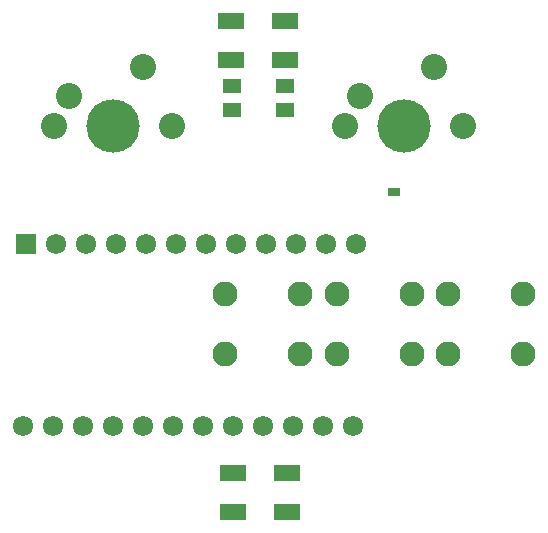
<source format=gbs>
G04 Layer_Color=16711935*
%FSLAX24Y24*%
%MOIN*%
G70*
G01*
G75*
%ADD32C,0.0867*%
%ADD33C,0.0830*%
%ADD34C,0.0678*%
%ADD35R,0.0678X0.0678*%
%ADD36R,0.0474X0.0474*%
%ADD37R,0.0395X0.0277*%
%ADD38C,0.1780*%
%ADD39R,0.0630X0.0513*%
%ADD40R,0.0867X0.0552*%
D32*
X3589Y16116D02*
D03*
X6050Y17100D02*
D03*
X13289Y16116D02*
D03*
X15750Y17100D02*
D03*
X7034Y15131D02*
D03*
X3097D02*
D03*
X16734D02*
D03*
X12797D02*
D03*
D33*
X18730Y7520D02*
D03*
X16230Y9520D02*
D03*
Y7520D02*
D03*
X18730Y9520D02*
D03*
X15030Y7520D02*
D03*
X12530Y9520D02*
D03*
Y7520D02*
D03*
X15030Y9520D02*
D03*
X11310Y7520D02*
D03*
X8810Y9520D02*
D03*
Y7520D02*
D03*
X11310Y9520D02*
D03*
D34*
X2070Y5130D02*
D03*
X3070D02*
D03*
X4070D02*
D03*
X5070D02*
D03*
X6070D02*
D03*
X7070D02*
D03*
X8070D02*
D03*
X9070D02*
D03*
X10070D02*
D03*
X11070D02*
D03*
X12070D02*
D03*
X13070D02*
D03*
X3170Y11180D02*
D03*
X4170D02*
D03*
X5170D02*
D03*
X6170D02*
D03*
X7170D02*
D03*
X8170D02*
D03*
X9170D02*
D03*
X10170D02*
D03*
X11170D02*
D03*
X12170D02*
D03*
X13170D02*
D03*
D35*
X2170D02*
D03*
D36*
X10790Y15656D02*
D03*
X9040Y15676D02*
D03*
D37*
X14423Y12938D02*
D03*
D38*
X5066Y15131D02*
D03*
X14766D02*
D03*
D39*
X9040Y16464D02*
D03*
Y15676D02*
D03*
X10790Y16444D02*
D03*
Y15656D02*
D03*
D40*
X9050Y3559D02*
D03*
Y2260D02*
D03*
X10849D02*
D03*
Y3559D02*
D03*
X10790Y17340D02*
D03*
Y18639D02*
D03*
X8991D02*
D03*
Y17340D02*
D03*
M02*

</source>
